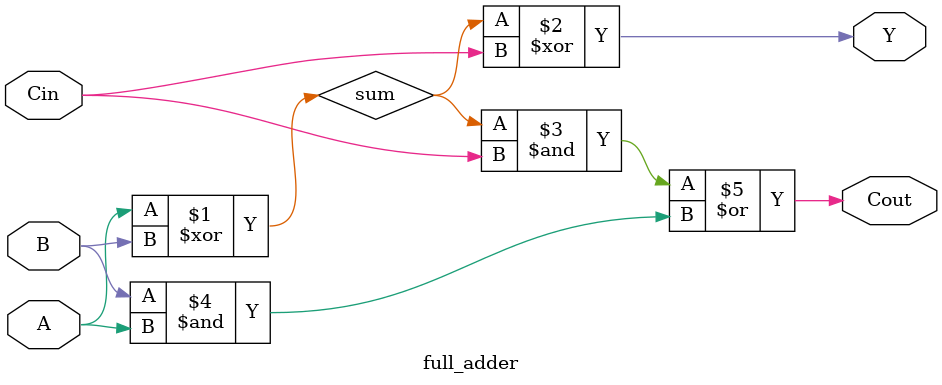
<source format=v>
module full_adder(
    input A, B, Cin,
    output Y, Cout
);
    wire sum;
    assign sum = A ^ B;
    assign Y = sum ^ Cin;
    assign Cout = (sum & Cin) | (B & A);
   
endmodule

</source>
